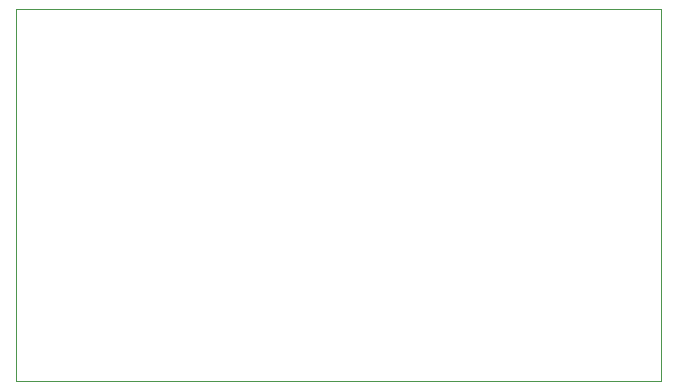
<source format=gbr>
G04 #@! TF.GenerationSoftware,KiCad,Pcbnew,5.0.2+dfsg1-1*
G04 #@! TF.CreationDate,2019-12-14T00:12:12+01:00*
G04 #@! TF.ProjectId,USB,5553422e-6b69-4636-9164-5f7063625858,rev?*
G04 #@! TF.SameCoordinates,Original*
G04 #@! TF.FileFunction,Profile,NP*
%FSLAX46Y46*%
G04 Gerber Fmt 4.6, Leading zero omitted, Abs format (unit mm)*
G04 Created by KiCad (PCBNEW 5.0.2+dfsg1-1) date Sat 14 Dec 2019 12:12:12 AM CET*
%MOMM*%
%LPD*%
G01*
G04 APERTURE LIST*
%ADD10C,0.050000*%
G04 APERTURE END LIST*
D10*
X174244000Y-78232000D02*
X119634000Y-78232000D01*
X174244000Y-109728000D02*
X174244000Y-78232000D01*
X119634000Y-109728000D02*
X174244000Y-109728000D01*
X119634000Y-78232000D02*
X119634000Y-109728000D01*
M02*

</source>
